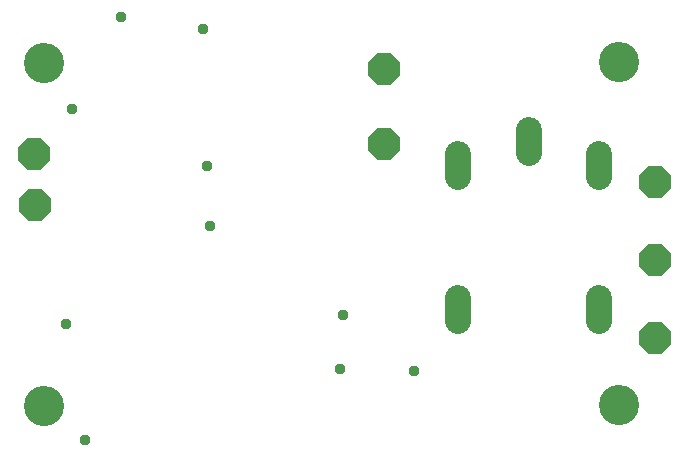
<source format=gbr>
G04 EAGLE Gerber RS-274X export*
G75*
%MOMM*%
%FSLAX34Y34*%
%LPD*%
%INSoldermask Bottom*%
%IPPOS*%
%AMOC8*
5,1,8,0,0,1.08239X$1,22.5*%
G01*
%ADD10C,3.403200*%
%ADD11C,2.184400*%
%ADD12P,2.969212X8X22.500000*%
%ADD13C,0.959600*%


D10*
X53340Y341630D03*
X53340Y51308D03*
X540004Y342138D03*
X540258Y51816D03*
D11*
X464058Y265430D02*
X464058Y285242D01*
X404368Y264922D02*
X404368Y245110D01*
X523748Y245110D02*
X523748Y264922D01*
X523748Y143002D02*
X523748Y123190D01*
X404368Y123190D02*
X404368Y143002D01*
D12*
X570484Y240538D03*
X570738Y108458D03*
X570738Y174498D03*
X341471Y336614D03*
X341122Y273304D03*
X44958Y264668D03*
X45720Y221234D03*
D13*
X77216Y302768D03*
X187960Y370332D03*
X191516Y254508D03*
X193802Y203454D03*
X72390Y120650D03*
X304292Y82296D03*
X306324Y128270D03*
X118618Y381000D03*
X366776Y80518D03*
X87884Y22098D03*
M02*

</source>
